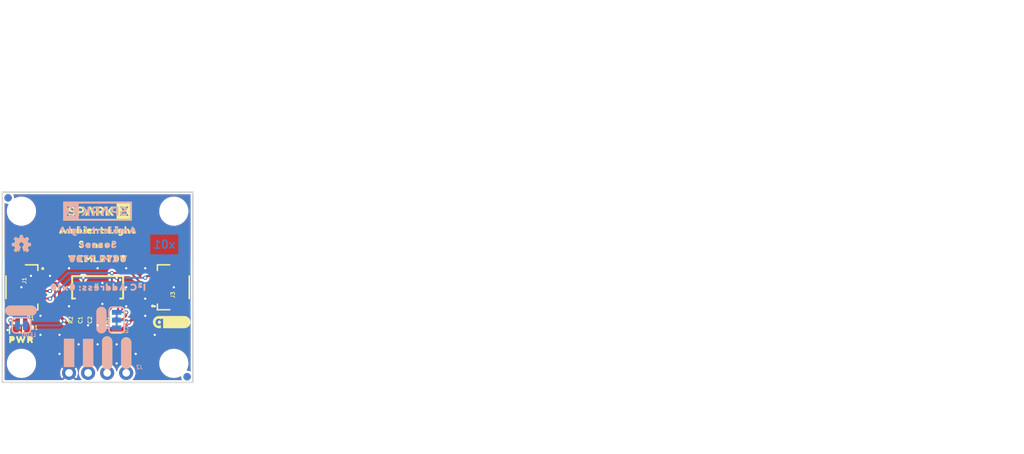
<source format=kicad_pcb>
(kicad_pcb (version 20211014) (generator pcbnew)
  (layers (0 "F.Cu" signal) (31 "B.Cu" signal) (34 "B.Paste" user) (35 "F.Paste" user) (36 "B.SilkS" user "B.Silkscreen") (37 "F.SilkS" user "F.Silkscreen") (38 "B.Mask" user) (39 "F.Mask" user) (44 "Edge.Cuts" user))
  (net 0 "")
  (net 1 "3.3V")
  (net 2 "GND")
  (net 3 "N$1")
  (net 4 "N$2")
  (net 5 "N$3")
  (net 6 "N$4")
  (net 7 "SDA")
  (net 8 "SCL")
  (net 9 "N$5")
  (footprint "eagleBoard:QWIIC_5MM" (layer "F.Cu") (at 158.3436 109.6391)
    (fp_text reference "LOGO3" hide)
    (fp_text value "QWIIC_LOGO_5MM" hide)
  )
  (footprint "eagleBoard:VEML77000" (layer "F.Cu") (at 148.5011 101.1936)
    (fp_text reference "U$15" hide)
    (fp_text value "" hide)
  )
  (footprint "eagleBoard:CREATIVE_COMMONS" (layer "F.Cu") (at 189.1411 126.5936)
    (fp_text reference "FRAME1" hide)
    (fp_text value "FRAME-LETTER" hide)
  )
  (footprint "eagleBoard:0402-TIGHT" (layer "F.Cu") (at 149.7711 108.8136 -90)
    (fp_text reference "R3" (at 0 1.016 90) (layer "F.SilkS") (effects (font (size 0.512064 0.512064) (thickness 0.097536)) (justify right)))
    (fp_text value "4.7k" hide)
    (pad "1" smd roundrect (at -0.5 0 270) (size 0.6 0.6) (layers "F.Cu" "F.Paste" "F.Mask") (roundrect_rratio 0.08466666667) (net 7 "SDA"))
    (pad "2" smd roundrect (at 0.5 0 270) (size 0.6 0.6) (layers "F.Cu" "F.Paste" "F.Mask") (roundrect_rratio 0.08466666667) (net 4 "N$2"))
  )
  (footprint "eagleBoard:LED-0603" (layer "F.Cu") (at 138.3411 110.7186 180)
    (fp_text reference "D1" (at -2.286 0.3175) (layer "F.SilkS") (effects (font (size 0.512064 0.512064) (thickness 0.097536)) (justify right)))
    (fp_text value "RED" hide)
    (pad "A" smd roundrect (at -0.877 0 90) (size 1 1) (layers "F.Cu" "F.Paste" "F.Mask") (roundrect_rratio 0.15) (net 5 "N$3"))
    (pad "C" smd roundrect (at 0.877 0 90) (size 1 1) (layers "F.Cu" "F.Paste" "F.Mask") (roundrect_rratio 0.15) (net 2 "GND"))
  )
  (footprint "eagleBoard:#SDA#0" (layer "F.Cu") (at 149.7711 113.7666 90)
    (fp_text reference "U$6" hide)
    (fp_text value "" hide)
  )
  (footprint "eagleBoard:SPARKX-MEDIUM" (layer "F.Cu") (at 148.5011 94.8436)
    (fp_text reference "U$21" hide)
    (fp_text value "SPARKX-LOGO4" hide)
  )
  (footprint "eagleBoard:FIDUCIAL-1X2" (layer "F.Cu") (at 136.5631 93.0656)
    (fp_text reference "JP6" hide)
    (fp_text value "FIDUCIAL1X2" hide)
    (pad "1" smd roundrect (at 0 0) (size 1 1) (layers "F.Cu" "F.Mask") (roundrect_rratio 0.5))
  )
  (footprint "eagleBoard:STAND-OFF" (layer "F.Cu") (at 138.3411 94.8436)
    (fp_text reference "JP3" hide)
    (fp_text value "STAND-OFF" hide)
    (pad "" np_thru_hole circle (at 0 0) (size 3.302 3.302) (drill 3.302) (layers *.Cu *.Mask))
  )
  (footprint "eagleBoard:0402-TIGHT" (layer "F.Cu") (at 147.2311 108.8136 -90)
    (fp_text reference "C1" (at 0 1.0255 90) (layer "F.SilkS") (effects (font (size 0.512064 0.512064) (thickness 0.097536)) (justify right)))
    (fp_text value "2.2uF" hide)
    (pad "1" smd roundrect (at -0.5 0 270) (size 0.6 0.6) (layers "F.Cu" "F.Paste" "F.Mask") (roundrect_rratio 0.08466666667) (net 9 "N$5"))
    (pad "2" smd roundrect (at 0.5 0 270) (size 0.6 0.6) (layers "F.Cu" "F.Paste" "F.Mask") (roundrect_rratio 0.08466666667) (net 2 "GND"))
  )
  (footprint "eagleBoard:AMBIENT_LIGHT0" (layer "F.Cu") (at 148.5011 97.3836)
    (fp_text reference "U$11" hide)
    (fp_text value "" hide)
  )
  (footprint "eagleBoard:0402-TIGHT" (layer "F.Cu") (at 138.3411 109.4486 180)
    (fp_text reference "R1" (at -1.778 0.3175) (layer "F.SilkS") (effects (font (size 0.512064 0.512064) (thickness 0.097536)) (justify right)))
    (fp_text value "1k" hide)
    (pad "1" smd roundrect (at -0.5 0 180) (size 0.6 0.6) (layers "F.Cu" "F.Paste" "F.Mask") (roundrect_rratio 0.08466666667) (net 5 "N$3"))
    (pad "2" smd roundrect (at 0.5 0 180) (size 0.6 0.6) (layers "F.Cu" "F.Paste" "F.Mask") (roundrect_rratio 0.08466666667) (net 6 "N$4"))
  )
  (footprint "eagleBoard:#SCL#0" (layer "F.Cu") (at 152.3111 113.7666 90)
    (fp_text reference "U$8" hide)
    (fp_text value "" hide)
  )
  (footprint "eagleBoard:STAND-OFF" (layer "F.Cu") (at 138.3411 115.1636)
    (fp_text reference "JP8" hide)
    (fp_text value "STAND-OFF" hide)
    (pad "" np_thru_hole circle (at 0 0) (size 3.302 3.302) (drill 3.302) (layers *.Cu *.Mask))
  )
  (footprint "eagleBoard:0402-TIGHT" (layer "F.Cu") (at 145.9611 108.8136 -90)
    (fp_text reference "R2" (at 0 1.0255 90) (layer "F.SilkS") (effects (font (size 0.512064 0.512064) (thickness 0.097536)) (justify right)))
    (fp_text value "4.7" hide)
    (pad "1" smd roundrect (at -0.5 0 270) (size 0.6 0.6) (layers "F.Cu" "F.Paste" "F.Mask") (roundrect_rratio 0.08466666667) (net 9 "N$5"))
    (pad "2" smd roundrect (at 0.5 0 270) (size 0.6 0.6) (layers "F.Cu" "F.Paste" "F.Mask") (roundrect_rratio 0.08466666667) (net 1 "3.3V"))
  )
  (footprint "eagleBoard:STAND-OFF" (layer "F.Cu") (at 158.6611 115.1636)
    (fp_text reference "JP7" hide)
    (fp_text value "STAND-OFF" hide)
    (pad "" np_thru_hole circle (at 0 0) (size 3.302 3.302) (drill 3.302) (layers *.Cu *.Mask))
  )
  (footprint "eagleBoard:FIDUCIAL-1X2" (layer "F.Cu") (at 160.4391 116.9416)
    (fp_text reference "JP2" hide)
    (fp_text value "FIDUCIAL1X2" hide)
    (pad "1" smd roundrect (at 0 0) (size 1 1) (layers "F.Cu" "F.Mask") (roundrect_rratio 0.5))
  )
  (footprint "eagleBoard:JST04_1MM_RA" (layer "F.Cu") (at 156.1211 105.0036 90)
    (fp_text reference "J3" (at -1.524 2.413 90) (layer "F.SilkS") (effects (font (size 0.512064 0.512064) (thickness 0.097536)) (justify left)))
    (fp_text value "Qwiic Right Angle" hide)
    (pad "1" smd roundrect (at -1.5 0 90) (size 0.6 1.35) (layers "F.Cu" "F.Paste" "F.Mask") (roundrect_rratio 0.08466666667) (net 2 "GND"))
    (pad "2" smd roundrect (at -0.5 0 90) (size 0.6 1.35) (layers "F.Cu" "F.Paste" "F.Mask") (roundrect_rratio 0.08466666667) (net 1 "3.3V"))
    (pad "3" smd roundrect (at 0.5 0 90) (size 0.6 1.35) (layers "F.Cu" "F.Paste" "F.Mask") (roundrect_rratio 0.08466666667) (net 7 "SDA"))
    (pad "4" smd roundrect (at 1.5 0 90) (size 0.6 1.35) (layers "F.Cu" "F.Paste" "F.Mask") (roundrect_rratio 0.08466666667) (net 8 "SCL"))
    (pad "NC1" smd roundrect (at 2.8 3.675 90) (size 1.2 2) (layers "F.Cu" "F.Paste" "F.Mask") (roundrect_rratio 0.04233333333))
    (pad "NC2" smd roundrect (at -2.8 3.675 90) (size 1.2 2) (layers "F.Cu" "F.Paste" "F.Mask") (roundrect_rratio 0.04233333333))
  )
  (footprint "eagleBoard:0402-TIGHT" (layer "F.Cu") (at 148.5011 108.8136 -90)
    (fp_text reference "C2" (at 0 1.0255 90) (layer "F.SilkS") (effects (font (size 0.512064 0.512064) (thickness 0.097536)) (justify right)))
    (fp_text value "0.1uF" hide)
    (pad "1" smd roundrect (at -0.5 0 270) (size 0.6 0.6) (layers "F.Cu" "F.Paste" "F.Mask") (roundrect_rratio 0.08466666667) (net 9 "N$5"))
    (pad "2" smd roundrect (at 0.5 0 270) (size 0.6 0.6) (layers "F.Cu" "F.Paste" "F.Mask") (roundrect_rratio 0.08466666667) (net 2 "GND"))
  )
  (footprint "eagleBoard:OSHW-LOGO-MINI" (layer "F.Cu") (at 138.3411 99.2886)
    (fp_text reference "LOGO1" hide)
    (fp_text value "OSHW-LOGOMINI" hide)
  )
  (footprint "eagleBoard:ORDERING_INSTRUCTIONS" (layer "F.Cu") (at 168.8211 66.9036)
    (fp_text reference "LOGO2" hide)
    (fp_text value "SPECIAL_INSTRUCTIONS-ORDERING" hide)
  )
  (footprint "eagleBoard:#3V3#0" (layer "F.Cu") (at 147.2311 113.7666 90)
    (fp_text reference "U$1" hide)
    (fp_text value "" hide)
  )
  (footprint "eagleBoard:JST04_1MM_RA" (layer "F.Cu") (at 140.8811 105.0036 -90)
    (fp_text reference "J1" (at -1.397 2.159 90) (layer "F.SilkS") (effects (font (size 0.512064 0.512064) (thickness 0.097536)) (justify right)))
    (fp_text value "Qwiic Right Angle" hide)
    (pad "1" smd roundrect (at -1.5 0 270) (size 0.6 1.35) (layers "F.Cu" "F.Paste" "F.Mask") (roundrect_rratio 0.08466666667) (net 2 "GND"))
    (pad "2" smd roundrect (at -0.5 0 270) (size 0.6 1.35) (layers "F.Cu" "F.Paste" "F.Mask") (roundrect_rratio 0.08466666667) (net 1 "3.3V"))
    (pad "3" smd roundrect (at 0.5 0 270) (size 0.6 1.35) (layers "F.Cu" "F.Paste" "F.Mask") (roundrect_rratio 0.08466666667) (net 7 "SDA"))
    (pad "4" smd roundrect (at 1.5 0 270) (size 0.6 1.35) (layers "F.Cu" "F.Paste" "F.Mask") (roundrect_rratio 0.08466666667) (net 8 "SCL"))
    (pad "NC1" smd roundrect (at 2.8 3.675 270) (size 1.2 2) (layers "F.Cu" "F.Paste" "F.Mask") (roundrect_rratio 0.04233333333))
    (pad "NC2" smd roundrect (at -2.8 3.675 270) (size 1.2 2) (layers "F.Cu" "F.Paste" "F.Mask") (roundrect_rratio 0.04233333333))
  )
  (footprint "eagleBoard:SENSOR0" (layer "F.Cu") (at 148.5011 99.2886)
    (fp_text reference "U$13" hide)
    (fp_text value "" hide)
  )
  (footprint "eagleBoard:STAND-OFF" (layer "F.Cu") (at 158.6611 94.8436)
    (fp_text reference "JP4" hide)
    (fp_text value "STAND-OFF" hide)
    (pad "" np_thru_hole circle (at 0 0) (size 3.302 3.302) (drill 3.302) (layers *.Cu *.Mask))
  )
  (footprint "eagleBoard:#GND#0" (layer "F.Cu") (at 144.6911 113.7666 90)
    (fp_text reference "U$4" hide)
    (fp_text value "" hide)
  )
  (footprint "eagleBoard:PWR0" (layer "F.Cu") (at 138.3411 111.9886)
    (fp_text reference "U$10" hide)
    (fp_text value "" hide)
  )
  (footprint "eagleBoard:VEML7700_TT" (layer "F.Cu") (at 148.5011 105.0036)
    (fp_text reference "U1" (at -0.444 -0.349) (layer "F.SilkS") (effects (font (size 0.282448 0.282448) (thickness 0.327152)) (justify left)))
    (fp_text value "VEML7700-TT" hide)
    (pad "1" smd roundrect (at -1.905 0.9 90) (size 1.6 0.7) (layers "F.Cu" "F.Paste" "F.Mask") (roundrect_rratio 0.07257142857) (net 8 "SCL"))
    (pad "2" smd roundrect (at -0.635 0.9 90) (size 1.6 0.7) (layers "F.Cu" "F.Paste" "F.Mask") (roundrect_rratio 0.07257142857) (net 9 "N$5"))
    (pad "3" smd roundrect (at 0.635 0.9 90) (size 1.6 0.7) (layers "F.Cu" "F.Paste" "F.Mask") (roundrect_rratio 0.07257142857) (net 2 "GND"))
    (pad "4" smd roundrect (at 1.905 0.9 90) (size 1.6 0.7) (layers "F.Cu" "F.Paste" "F.Mask") (roundrect_rratio 0.07257142857) (net 7 "SDA"))
  )
  (footprint "eagleBoard:0402-TIGHT" (layer "F.Cu") (at 151.0411 108.8136 -90)
    (fp_text reference "R4" (at 0 1.016 90) (layer "F.SilkS") (effects (font (size 0.512064 0.512064) (thickness 0.097536)) (justify right)))
    (fp_text value "4.7k" hide)
    (pad "1" smd roundrect (at -0.5 0 270) (size 0.6 0.6) (layers "F.Cu" "F.Paste" "F.Mask") (roundrect_rratio 0.08466666667) (net 8 "SCL"))
    (pad "2" smd roundrect (at 0.5 0 270) (size 0.6 0.6) (layers "F.Cu" "F.Paste" "F.Mask") (roundrect_rratio 0.08466666667) (net 3 "N$1"))
  )
  (footprint "eagleBoard:AMBIENT_LIGHT0" (layer "B.Cu") (at 148.5011 97.3836 180)
    (fp_text reference "U$12" hide)
    (fp_text value "" hide)
  )
  (footprint "eagleBoard:VEML77000" (layer "B.Cu") (at 148.5011 101.1936 180)
    (fp_text reference "U$16" hide)
    (fp_text value "" hide)
  )
  (footprint "eagleBoard:1X04_NO_SILK" (layer "B.Cu") (at 144.6911 116.4336)
    (fp_text reference "J2" (at 8.89 -0.762) (layer "B.SilkS") (effects (font (size 0.512064 0.512064) (thickness 0.097536)) (justify right mirror)))
    (fp_text value "PTH" hide)
    (pad "1" thru_hole circle (at 0 0 270) (size 1.8796 1.8796) (drill 1.016) (layers *.Cu *.Mask) (net 2 "GND"))
    (pad "2" thru_hole circle (at 2.54 0 270) (size 1.8796 1.8796) (drill 1.016) (layers *.Cu *.Mask) (net 1 "3.3V"))
    (pad "3" thru_hole circle (at 5.08 0 270) (size 1.8796 1.8796) (drill 1.016) (layers *.Cu *.Mask) (net 7 "SDA"))
    (pad "4" thru_hole circle (at 7.62 0 270) (size 1.8796 1.8796) (drill 1.016) (layers *.Cu *.Mask) (net 8 "SCL"))
  )
  (footprint "eagleBoard:SENSOR0" (layer "B.Cu") (at 148.5011 99.2886 180)
    (fp_text reference "U$14" hide)
    (fp_text value "" hide)
  )
  (footprint "eagleBoard:#GND#0" (layer "B.Cu") (at 144.6911 113.7666 -90)
    (fp_text reference "U$5" hide)
    (fp_text value "" hide)
  )
  (footprint "eagleBoard:FIDUCIAL-1X2" (layer "B.Cu") (at 160.4391 116.9416 180)
    (fp_text reference "JP5" hide)
    (fp_text value "FIDUCIAL1X2" hide)
    (pad "1" smd roundrect (at 0 0 180) (size 1 1) (layers "B.Cu" "B.Mask") (roundrect_rratio 0.5))
  )
  (footprint "eagleBoard:I�C_ADDRESS#_0X100" (layer "B.Cu") (at 148.5011 105.0036 180)
    (fp_text reference "U$18" hide)
    (fp_text value "" hide)
  )
  (footprint "eagleBoard:#3V3#0" (layer "B.Cu") (at 147.2311 113.7666 -90)
    (fp_text reference "U$3" hide)
    (fp_text value "" hide)
  )
  (footprint "eagleBoard:#LED#0" (layer "B.Cu") (at 138.2776 108.1151 180)
    (fp_text reference "U$19" hide)
    (fp_text value "" hide)
  )
  (footprint "eagleBoard:#I�C#0" (layer "B.Cu") (at 149.0091 109.3851 -90)
    (fp_text reference "U$17" hide)
    (fp_text value "" hide)
  )
  (footprint "eagleBoard:SPARKX-MEDIUM" (layer "B.Cu") (at 148.5011 94.8436 180)
    (fp_text reference "U$2" hide)
    (fp_text value "SPARKX-LOGO4" hide)
  )
  (footprint "eagleBoard:#SDA#0" (layer "B.Cu") (at 149.7711 113.7666 -90)
    (fp_text reference "U$7" hide)
    (fp_text value "" hide)
  )
  (footprint "eagleBoard:SMT-JUMPER_2_NC_TRACE_SILK" (layer "B.Cu") (at 138.3411 110.0836)
    (fp_text reference "LED0" (at 0 1.27) (layer "B.SilkS") (effects (font (size 0.512064 0.512064) (thickness 0.097536)) (justify right mirror)))
    (fp_text value "" hide)
    (fp_poly (pts (xy 0.1905 -0.13335) (xy -0.70485 -0.13335) (xy -0.70485 0.13335) (xy 0.1905 0.13335)) (layer "B.Cu") (width 0) (fill solid))
    (pad "1" smd roundrect (at -0.5207 0) (size 0.6604 1.27) (layers "B.Cu" "B.Mask") (roundrect_rratio 0.07692307692) (net 6 "N$4"))
    (pad "2" smd roundrect (at 0.5207 0) (size 0.6604 1.27) (layers "B.Cu" "B.Mask") (roundrect_rratio 0.07692307692) (net 1 "3.3V"))
  )
  (footprint "eagleBoard:FIDUCIAL-1X2" (layer "B.Cu") (at 136.5631 93.0656 180)
    (fp_text reference "JP1" hide)
    (fp_text value "FIDUCIAL1X2" hide)
    (pad "1" smd roundrect (at 0 0 180) (size 1 1) (layers "B.Cu" "B.Mask") (roundrect_rratio 0.5))
  )
  (footprint "eagleBoard:SMT-JUMPER_3_2-NC_TRACE_SILK" (layer "B.Cu") (at 151.0411 109.3851 -90)
    (fp_text reference "I2C0" (at 0 -1.27 -270) (layer "B.SilkS") (effects (font (size 0.512064 0.512064) (thickness 0.097536)) (justify left mirror)))
    (fp_text value "JUMPER-SMT_3_2-NC_TRACE_SILK" hide)
    (fp_poly (pts (xy 0.7112 -0.13335) (xy -0.7112 -0.13335) (xy -0.7112 0.13335) (xy 0.7112 0.13335)) (layer "B.Cu") (width 0) (fill solid))
    (pad "1" smd roundrect (at -1.0414 0 270) (size 0.6604 1.27) (layers "B.Cu" "B.Mask") (roundrect_rratio 0.07692307692) (net 3 "N$1"))
    (pad "2" smd roundrect (at 0 0 270) (size 0.6604 1.27) (layers "B.Cu" "B.Mask") (roundrect_rratio 0.07692307692) (net 1 "3.3V"))
    (pad "3" smd roundrect (at 1.0414 0 270) (size 0.6604 1.27) (layers "B.Cu" "B.Mask") (roundrect_rratio 0.07692307692) (net 4 "N$2"))
  )
  (footprint "eagleBoard:#SCL#0" (layer "B.Cu") (at 152.3111 113.8301 -90)
    (fp_text reference "U$9" hide)
    (fp_text value "" hide)
  )
  (footprint "eagleBoard:OSHW-LOGO-MINI" (layer "B.Cu") (at 138.3411 99.2886 180)
    (fp_text reference "LOGO4" hide)
    (fp_text value "OSHW-LOGOMINI" hide)
  )
  (gr_line (start 135.8011 117.7036) (end 135.8011 92.3036) (layer "Edge.Cuts") (width 0.2032))
  (gr_line (start 135.8011 92.3036) (end 161.2011 92.3036) (layer "Edge.Cuts") (width 0.2032))
  (gr_line (start 161.2011 92.3036) (end 161.2011 117.7036) (layer "Edge.Cuts") (width 0.2032))
  (gr_line (start 161.2011 117.7036) (end 135.8011 117.7036) (layer "Edge.Cuts") (width 0.2032))
  (gr_text "x01" (at 157.3911 99.2886) (layer "B.Cu") (effects (font (size 1.0795 1.0795) (thickness 0.1905)) (justify mirror)))
  (segment (start 145.9611 110.7186) (end 147.2311 110.7186) (width 0.4064) (layer "F.Cu") (net 1))
  (segment (start 147.2311 116.4336) (end 147.2311 110.7186) (width 0.4064) (layer "F.Cu") (net 1))
  (segment (start 151.6761 110.7186) (end 152.6921 109.7026) (width 0.4064) (layer "F.Cu") (net 1))
  (segment (start 153.5811 106.2736) (end 154.3511 105.5036) (width 0.4064) (layer "F.Cu") (net 1))
  (segment (start 144.0561 109.4486) (end 145.3261 110.7186) (width 0.4064) (layer "F.Cu") (net 1))
  (segment (start 143.4211 108.8136) (end 144.0561 109.4486) (width 0.4064) (layer "F.Cu") (net 1))
  (segment (start 145.3261 110.7186) (end 145.9611 110.7186) (width 0.4064) (layer "F.Cu") (net 1))
  (segment (start 142.9211 104.5036) (end 143.4211 105.0036) (width 0.4064) (layer "F.Cu") (net 1))
  (segment (start 143.4211 105.0036) (end 143.4211 108.8136) (width 0.4064) (layer "F.Cu") (net 1))
  (segment (start 153.5811 108.8136) (end 153.5811 106.2736) (width 0.4064) (layer "F.Cu") (net 1))
  (segment (start 145.9611 109.3136) (end 145.9611 110.7186) (width 0.4064) (layer "F.Cu") (net 1))
  (segment (start 152.6921 109.7026) (end 153.5811 108.8136) (width 0.4064) (layer "F.Cu") (net 1))
  (segment (start 140.8811 104.5036) (end 142.9211 104.5036) (width 0.4064) (layer "F.Cu") (net 1))
  (segment (start 147.2311 110.7186) (end 151.6761 110.7186) (width 0.4064) (layer "F.Cu") (net 1))
  (segment (start 154.3511 105.5036) (end 156.1211 105.5036) (width 0.4064) (layer "F.Cu") (net 1))
  (via (at 144.0561 109.4486) (size 0.554) (drill 0.3) (layers "F.Cu" "B.Cu") (net 1))
  (via (at 152.6921 109.7026) (size 0.554) (drill 0.3) (layers "F.Cu" "B.Cu") (net 1))
  (segment (start 143.4211 110.0836) (end 144.0561 109.4486) (width 0.254) (layer "B.Cu") (net 1))
  (segment (start 152.3746 109.3851) (end 152.6921 109.7026) (width 0.254) (layer "B.Cu") (net 1))
  (segment (start 151.0411 109.3851) (end 152.3746 109.3851) (width 0.254) (layer "B.Cu") (net 1))
  (segment (start 138.8618 110.0836) (end 143.4211 110.0836) (width 0.254) (layer "B.Cu") (net 1))
  (via (at 149.1361 107.2261) (size 0.554) (drill 0.3) (layers "F.Cu" "B.Cu") (net 2))
  (via (at 143.4211 111.3536) (size 0.554) (drill 0.3) (layers "F.Cu" "B.Cu") (net 2))
  (via (at 152.3111 102.4636) (size 0.554) (drill 0.3) (layers "F.Cu" "B.Cu") (net 2))
  (via (at 153.5811 113.8936) (size 0.554) (drill 0.3) (layers "F.Cu" "B.Cu") (net 2))
  (via (at 148.5011 102.4636) (size 0.554) (drill 0.3) (layers "F.Cu" "B.Cu") (net 2))
  (via (at 140.8811 108.8136) (size 0.554) (drill 0.3) (layers "F.Cu" "B.Cu") (net 2))
  (via (at 151.0411 112.6236) (size 0.554) (drill 0.3) (layers "F.Cu" "B.Cu") (net 2))
  (via (at 154.8511 106.5276) (size 0.554) (drill 0.3) (layers "F.Cu" "B.Cu") (net 2))
  (via (at 156.1211 107.5436) (size 0.554) (drill 0.3) (layers "F.Cu" "B.Cu") (net 2))
  (via (at 144.6911 105.0036) (size 0.554) (drill 0.3) (layers "F.Cu" "B.Cu") (net 2))
  (via (at 152.3111 105.0036) (size 0.554) (drill 0.3) (layers "F.Cu" "B.Cu") (net 2))
  (via (at 154.8511 108.8136) (size 0.554) (drill 0.3) (layers "F.Cu" "B.Cu") (net 2))
  (via (at 139.6111 103.4796) (size 0.554) (drill 0.3) (layers "F.Cu" "B.Cu") (net 2))
  (via (at 142.1511 103.4796) (size 0.554) (drill 0.3) (layers "F.Cu" "B.Cu") (net 2))
  (via (at 136.4996 110.7186) (size 0.554) (drill 0.3) (layers "F.Cu" "B.Cu") (net 2))
  (via (at 148.5011 112.6236) (size 0.554) (drill 0.3) (layers "F.Cu" "B.Cu") (net 2))
  (via (at 154.8511 102.4636) (size 0.554) (drill 0.3) (layers "F.Cu" "B.Cu") (net 2))
  (via (at 144.6911 107.5436) (size 0.554) (drill 0.3) (layers "F.Cu" "B.Cu") (net 2))
  (via (at 156.1211 111.3536) (size 0.554) (drill 0.3) (layers "F.Cu" "B.Cu") (net 2))
  (via (at 151.0411 115.1636) (size 0.554) (drill 0.3) (layers "F.Cu" "B.Cu") (net 2))
  (via (at 145.9611 112.6236) (size 0.554) (drill 0.3) (layers "F.Cu" "B.Cu") (net 2))
  (via (at 152.3111 107.5436) (size 0.554) (drill 0.3) (layers "F.Cu" "B.Cu") (net 2))
  (via (at 143.4211 113.8936) (size 0.554) (drill 0.3) (layers "F.Cu" "B.Cu") (net 2))
  (via (at 147.2311 110.0836) (size 0.554) (drill 0.3) (layers "F.Cu" "B.Cu") (net 2))
  (via (at 144.6911 102.4636) (size 0.554) (drill 0.3) (layers "F.Cu" "B.Cu") (net 2))
  (via (at 148.5011 110.0836) (size 0.554) (drill 0.3) (layers "F.Cu" "B.Cu") (net 2))
  (via (at 149.1361 104.4321) (size 0.554) (drill 0.3) (layers "F.Cu" "B.Cu") (net 2))
  (via (at 140.8811 111.3536) (size 0.554) (drill 0.3) (layers "F.Cu" "B.Cu") (net 2))
  (via (at 158.6611 105.0036) (size 0.554) (drill 0.3) (layers "F.Cu" "B.Cu") (net 2))
  (via (at 138.3411 105.0036) (size 0.554) (drill 0.3) (layers "F.Cu" "B.Cu") (net 2))
  (segment (start 152.3111 108.8136) (end 152.3111 108.3691) (width 0.254) (layer "F.Cu") (net 3))
  (segment (start 151.8111 109.3136) (end 152.3111 108.8136) (width 0.254) (layer "F.Cu") (net 3))
  (segment (start 151.0411 109.3136) (end 151.8111 109.3136) (width 0.254) (layer "F.Cu") (net 3))
  (via (at 152.3111 108.3691) (size 0.554) (drill 0.3) (layers "F.Cu" "B.Cu") (net 3))
  (segment (start 151.0411 108.3437) (end 152.2857 108.3437) (width 0.254) (layer "B.Cu") (net 3))
  (segment (start 152.2857 108.3437) (end 152.3111 108.3691) (width 0.254) (layer "B.Cu") (net 3))
  (segment (start 149.7711 110.0836) (end 149.7711 109.3136) (width 0.254) (layer "F.Cu") (net 4))
  (via (at 149.7711 110.0836) (size 0.554) (drill 0.3) (layers "F.Cu" "B.Cu") (net 4))
  (segment (start 150.114 110.4265) (end 149.7711 110.0836) (width 0.254) (layer "B.Cu") (net 4))
  (segment (start 151.0411 110.4265) (end 150.114 110.4265) (width 0.254) (layer "B.Cu") (net 4))
  (segment (start 139.2181 109.8256) (end 139.2181 110.7186) (width 0.254) (layer "F.Cu") (net 5))
  (segment (start 138.8411 109.4486) (end 139.2181 109.8256) (width 0.254) (layer "F.Cu") (net 5))
  (segment (start 136.8956 109.4486) (end 137.8411 109.4486) (width 0.254) (layer "F.Cu") (net 6))
  (segment (start 136.8806 109.4336) (end 136.8956 109.4486) (width 0.254) (layer "F.Cu") (net 6))
  (via (at 136.8806 109.4336) (size 0.554) (drill 0.3) (layers "F.Cu" "B.Cu") (net 6))
  (segment (start 136.8806 109.8781) (end 136.8806 109.4336) (width 0.254) (layer "B.Cu") (net 6))
  (segment (start 137.8204 110.0836) (end 137.0861 110.0836) (width 0.254) (layer "B.Cu") (net 6))
  (segment (start 137.0861 110.0836) (end 136.8806 109.8781) (width 0.254) (layer "B.Cu") (net 6))
  (segment (start 157.2641 107.6706) (end 149.7711 115.1636) (width 0.254) (layer "F.Cu") (net 7))
  (segment (start 152.9461 103.0986) (end 150.4061 103.0986) (width 0.254) (layer "F.Cu") (net 7))
  (segment (start 149.7711 108.3136) (end 150.4061 107.6786) (width 0.254) (layer "F.Cu") (net 7))
  (segment (start 156.1211 104.5036) (end 154.3511 104.5036) (width 0.254) (layer "F.Cu") (net 7))
  (segment (start 154.3511 104.5036) (end 152.9461 103.0986) (width 0.254) (layer "F.Cu") (net 7))
  (segment (start 157.2641 104.8131) (end 157.2641 107.6706) (width 0.254) (layer "F.Cu") (net 7))
  (segment (start 156.1211 104.5036) (end 156.9546 104.5036) (width 0.254) (layer "F.Cu") (net 7))
  (segment (start 140.8811 105.5036) (end 142.1431 105.5036) (width 0.254) (layer "F.Cu") (net 7))
  (segment (start 156.9546 104.5036) (end 157.2641 104.8131) (width 0.254) (layer "F.Cu") (net 7))
  (segment (start 150.4061 107.6786) (end 150.4061 105.9036) (width 0.254) (layer "F.Cu") (net 7))
  (segment (start 142.1431 105.5036) (end 142.1511 105.5116) (width 0.254) (layer "F.Cu") (net 7))
  (segment (start 149.7711 115.1636) (end 149.7711 116.4336) (width 0.254) (layer "F.Cu") (net 7))
  (segment (start 150.4061 103.0986) (end 150.4061 105.9036) (width 0.254) (layer "F.Cu") (net 7))
  (via (at 150.4061 103.0986) (size 0.554) (drill 0.3) (layers "F.Cu" "B.Cu") (net 7))
  (via (at 142.1511 105.5116) (size 0.554) (drill 0.3) (layers "F.Cu" "B.Cu") (net 7))
  (segment (start 142.1511 105.5116) (end 144.5641 103.0986) (width 0.254) (layer "B.Cu") (net 7))
  (segment (start 144.5641 103.0986) (end 150.4061 103.0986) (width 0.254) (layer "B.Cu") (net 7))
  (segment (start 155.0811 103.5036) (end 156.1211 103.5036) (width 0.254) (layer "F.Cu") (net 8))
  (segment (start 156.1211 103.5036) (end 157.2246 103.5036) (width 0.254) (layer "F.Cu") (net 8))
  (segment (start 140.8811 106.5036) (end 142.1271 106.5036) (width 0.254) (layer "F.Cu") (net 8))
  (segment (start 151.2316 103.9241) (end 151.0411 103.7336) (width 0.254) (layer "F.Cu") (net 8))
  (segment (start 151.0411 108.3136) (end 151.2316 108.1231) (width 0.254) (layer "F.Cu") (net 8))
  (segment (start 157.8356 107.9246) (end 152.3111 113.4491) (width 0.254) (layer "F.Cu") (net 8))
  (segment (start 142.1271 106.5036) (end 142.1511 106.5276) (width 0.254) (layer "F.Cu") (net 8))
  (segment (start 151.2316 103.9241) (end 151.2316 108.1231) (width 0.254) (layer "F.Cu") (net 8))
  (segment (start 157.2246 103.5036) (end 157.8356 104.1146) (width 0.254) (layer "F.Cu") (net 8))
  (segment (start 157.8356 104.1146) (end 157.8356 107.9246) (width 0.254) (layer "F.Cu") (net 8))
  (segment (start 154.8511 103.7336) (end 155.0811 103.5036) (width 0.254) (layer "F.Cu") (net 8))
  (segment (start 152.3111 113.4491) (end 152.3111 116.4336) (width 0.254) (layer "F.Cu") (net 8))
  (segment (start 146.5961 103.7336) (end 146.5961 105.9036) (width 0.254) (layer "F.Cu") (net 8))
  (via (at 151.0411 103.7336) (size 0.554) (drill 0.3) (layers "F.Cu" "B.Cu") (net 8))
  (via (at 142.1511 106.5276) (size 0.554) (drill 0.3) (layers "F.Cu" "B.Cu") (net 8))
  (via (at 146.5961 103.7336) (size 0.554) (drill 0.3) (layers "F.Cu" "B.Cu") (net 8))
  (via (at 154.8511 103.7336) (size 0.554) (drill 0.3) (layers "F.Cu" "B.Cu") (net 8))
  (segment (start 142.1511 106.5276) (end 144.9451 103.7336) (width 0.254) (layer "B.Cu") (net 8))
  (segment (start 151.0411 103.7336) (end 154.8511 103.7336) (width 0.254) (layer "B.Cu") (net 8))
  (segment (start 144.9451 103.7336) (end 146.5961 103.7336) (width 0.254) (layer "B.Cu") (net 8))
  (segment (start 146.5961 103.7336) (end 151.0411 103.7336) (width 0.254) (layer "B.Cu") (net 8))
  (segment (start 147.8661 108.2064) (end 148.3939 108.2064) (width 0.4064) (layer "F.Cu") (net 9))
  (segment (start 147.2311 108.3136) (end 147.3383 108.2064) (width 0.4064) (layer "F.Cu") (net 9))
  (segment (start 148.3939 108.2064) (end 148.5011 108.3136) (width 0.4064) (layer "F.Cu") (net 9))
  (segment (start 147.3383 108.2064) (end 147.8661 108.2064) (width 0.4064) (layer "F.Cu") (net 9))
  (segment (start 145.9611 108.3136) (end 147.2311 108.3136) (width 0.4064) (layer "F.Cu") (net 9))
  (segment (start 147.8661 105.9036) (end 147.8661 108.2064) (width 0.4064) (layer "F.Cu") (net 9))
  (zone (net 2) (net_name "GND") (layer "F.Cu") (priority 6) (connect_pads (clearance 0.3048)) (min_thickness 0.1016) (fill yes (thermal_gap 0.2532) (thermal_bridge_width 0.2532))
    (polygon (pts (xy 161.3027 117.8052) (xy 135.6995 117.8052) (xy 135.6995 92.202) (xy 161.3027 92.202)))
  )
  (zone (net 2) (net_name "GND") (layer "B.Cu") (priority 6) (connect_pads (clearance 0.3048)) (min_thickness 0.1016) (fill yes (thermal_gap 0.2532) (thermal_bridge_width 0.2532))
    (polygon (pts (xy 161.3027 117.8052) (xy 135.6995 117.8052) (xy 135.6995 92.202) (xy 161.3027 92.202)))
  )
)
</source>
